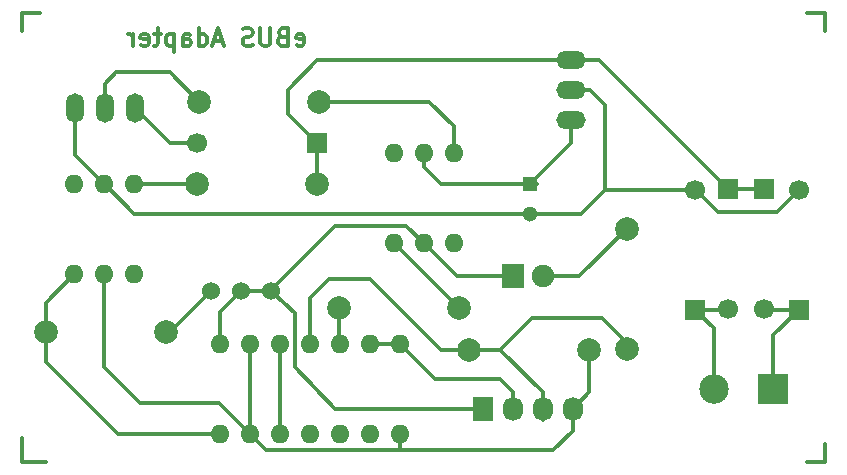
<source format=gbr>
G04 #@! TF.FileFunction,Copper,L2,Bot,Signal*
%FSLAX46Y46*%
G04 Gerber Fmt 4.6, Leading zero omitted, Abs format (unit mm)*
G04 Created by KiCad (PCBNEW 4.0.2-stable) date Friday, 30 September 2016 22:37:06*
%MOMM*%
G01*
G04 APERTURE LIST*
%ADD10C,0.100000*%
%ADD11C,0.300000*%
%ADD12R,1.300000X1.300000*%
%ADD13C,1.300000*%
%ADD14C,1.699260*%
%ADD15R,1.699260X1.699260*%
%ADD16C,1.998980*%
%ADD17C,1.524000*%
%ADD18O,1.600000X1.600000*%
%ADD19R,1.727200X2.032000*%
%ADD20O,1.727200X2.032000*%
%ADD21O,1.501140X2.499360*%
%ADD22R,2.500000X2.500000*%
%ADD23C,2.500000*%
%ADD24O,2.499360X1.501140*%
%ADD25R,1.900000X2.000000*%
%ADD26C,1.900000*%
G04 APERTURE END LIST*
D10*
D11*
X35250000Y-14707143D02*
X35392857Y-14778571D01*
X35678571Y-14778571D01*
X35821428Y-14707143D01*
X35892857Y-14564286D01*
X35892857Y-13992857D01*
X35821428Y-13850000D01*
X35678571Y-13778571D01*
X35392857Y-13778571D01*
X35250000Y-13850000D01*
X35178571Y-13992857D01*
X35178571Y-14135714D01*
X35892857Y-14278571D01*
X34035714Y-13992857D02*
X33821428Y-14064286D01*
X33750000Y-14135714D01*
X33678571Y-14278571D01*
X33678571Y-14492857D01*
X33750000Y-14635714D01*
X33821428Y-14707143D01*
X33964286Y-14778571D01*
X34535714Y-14778571D01*
X34535714Y-13278571D01*
X34035714Y-13278571D01*
X33892857Y-13350000D01*
X33821428Y-13421429D01*
X33750000Y-13564286D01*
X33750000Y-13707143D01*
X33821428Y-13850000D01*
X33892857Y-13921429D01*
X34035714Y-13992857D01*
X34535714Y-13992857D01*
X33035714Y-13278571D02*
X33035714Y-14492857D01*
X32964286Y-14635714D01*
X32892857Y-14707143D01*
X32750000Y-14778571D01*
X32464286Y-14778571D01*
X32321428Y-14707143D01*
X32250000Y-14635714D01*
X32178571Y-14492857D01*
X32178571Y-13278571D01*
X31535714Y-14707143D02*
X31321428Y-14778571D01*
X30964285Y-14778571D01*
X30821428Y-14707143D01*
X30749999Y-14635714D01*
X30678571Y-14492857D01*
X30678571Y-14350000D01*
X30749999Y-14207143D01*
X30821428Y-14135714D01*
X30964285Y-14064286D01*
X31249999Y-13992857D01*
X31392857Y-13921429D01*
X31464285Y-13850000D01*
X31535714Y-13707143D01*
X31535714Y-13564286D01*
X31464285Y-13421429D01*
X31392857Y-13350000D01*
X31249999Y-13278571D01*
X30892857Y-13278571D01*
X30678571Y-13350000D01*
X28964286Y-14350000D02*
X28250000Y-14350000D01*
X29107143Y-14778571D02*
X28607143Y-13278571D01*
X28107143Y-14778571D01*
X26964286Y-14778571D02*
X26964286Y-13278571D01*
X26964286Y-14707143D02*
X27107143Y-14778571D01*
X27392857Y-14778571D01*
X27535715Y-14707143D01*
X27607143Y-14635714D01*
X27678572Y-14492857D01*
X27678572Y-14064286D01*
X27607143Y-13921429D01*
X27535715Y-13850000D01*
X27392857Y-13778571D01*
X27107143Y-13778571D01*
X26964286Y-13850000D01*
X25607143Y-14778571D02*
X25607143Y-13992857D01*
X25678572Y-13850000D01*
X25821429Y-13778571D01*
X26107143Y-13778571D01*
X26250000Y-13850000D01*
X25607143Y-14707143D02*
X25750000Y-14778571D01*
X26107143Y-14778571D01*
X26250000Y-14707143D01*
X26321429Y-14564286D01*
X26321429Y-14421429D01*
X26250000Y-14278571D01*
X26107143Y-14207143D01*
X25750000Y-14207143D01*
X25607143Y-14135714D01*
X24892857Y-13778571D02*
X24892857Y-15278571D01*
X24892857Y-13850000D02*
X24750000Y-13778571D01*
X24464286Y-13778571D01*
X24321429Y-13850000D01*
X24250000Y-13921429D01*
X24178571Y-14064286D01*
X24178571Y-14492857D01*
X24250000Y-14635714D01*
X24321429Y-14707143D01*
X24464286Y-14778571D01*
X24750000Y-14778571D01*
X24892857Y-14707143D01*
X23750000Y-13778571D02*
X23178571Y-13778571D01*
X23535714Y-13278571D02*
X23535714Y-14564286D01*
X23464286Y-14707143D01*
X23321428Y-14778571D01*
X23178571Y-14778571D01*
X22107143Y-14707143D02*
X22250000Y-14778571D01*
X22535714Y-14778571D01*
X22678571Y-14707143D01*
X22750000Y-14564286D01*
X22750000Y-13992857D01*
X22678571Y-13850000D01*
X22535714Y-13778571D01*
X22250000Y-13778571D01*
X22107143Y-13850000D01*
X22035714Y-13992857D01*
X22035714Y-14135714D01*
X22750000Y-14278571D01*
X21392857Y-14778571D02*
X21392857Y-13778571D01*
X21392857Y-14064286D02*
X21321429Y-13921429D01*
X21250000Y-13850000D01*
X21107143Y-13778571D01*
X20964286Y-13778571D01*
D12*
X55000000Y-26500000D03*
D13*
X55000000Y-29000000D03*
D14*
X68997460Y-26939480D03*
D15*
X68997460Y-37099480D03*
D14*
X77797460Y-26939480D03*
D15*
X77797460Y-37099480D03*
D14*
X74802540Y-37060520D03*
D15*
X74802540Y-26900520D03*
D14*
X71802540Y-37060520D03*
D15*
X71802540Y-26900520D03*
D14*
X26839480Y-23002540D03*
D15*
X36999480Y-23002540D03*
D16*
X60000000Y-40500000D03*
X49840000Y-40500000D03*
X49000000Y-37000000D03*
X38840000Y-37000000D03*
X14000000Y-39000000D03*
X24160000Y-39000000D03*
X27000000Y-19500000D03*
X37160000Y-19500000D03*
X37000000Y-26500000D03*
X26840000Y-26500000D03*
D17*
X30540000Y-35500000D03*
X33080000Y-35500000D03*
X28000000Y-35500000D03*
D18*
X44000000Y-40000000D03*
X41460000Y-40000000D03*
X38920000Y-40000000D03*
X36380000Y-40000000D03*
X33840000Y-40000000D03*
X31300000Y-40000000D03*
X28760000Y-40000000D03*
X28760000Y-47620000D03*
X31300000Y-47620000D03*
X33840000Y-47620000D03*
X36380000Y-47620000D03*
X38920000Y-47620000D03*
X41460000Y-47620000D03*
X44000000Y-47620000D03*
X43500000Y-31500000D03*
X46040000Y-31500000D03*
X48580000Y-31500000D03*
X48580000Y-23880000D03*
X46040000Y-23880000D03*
X43500000Y-23880000D03*
X21500000Y-26500000D03*
X18960000Y-26500000D03*
X16420000Y-26500000D03*
X16420000Y-34120000D03*
X18960000Y-34120000D03*
X21500000Y-34120000D03*
D19*
X51000000Y-45500000D03*
D20*
X53540000Y-45500000D03*
X56080000Y-45500000D03*
X58620000Y-45500000D03*
D21*
X19000000Y-20000000D03*
X16460000Y-20000000D03*
X21540000Y-20000000D03*
D22*
X75600000Y-43800000D03*
D23*
X70600000Y-43800000D03*
D24*
X58500000Y-18500000D03*
X58500000Y-15960000D03*
X58500000Y-21040000D03*
D25*
X53600000Y-34300000D03*
D26*
X56140000Y-34300000D03*
D16*
X63200000Y-40400000D03*
X63200000Y-30240000D03*
D11*
X12000000Y-48000000D02*
X12000000Y-50000000D01*
X12000000Y-50000000D02*
X14000000Y-50000000D01*
X78500000Y-50000000D02*
X80000000Y-50000000D01*
X80000000Y-50000000D02*
X80000000Y-48500000D01*
X78500000Y-12000000D02*
X80000000Y-12000000D01*
X80000000Y-12000000D02*
X80000000Y-13500000D01*
X12000000Y-13500000D02*
X12000000Y-12000000D01*
X12000000Y-12000000D02*
X13500000Y-12000000D01*
X58500000Y-21040000D02*
X58500000Y-23000000D01*
X58500000Y-23000000D02*
X55000000Y-26500000D01*
X46040000Y-23880000D02*
X46040000Y-25040000D01*
X47500000Y-26500000D02*
X55580000Y-26500000D01*
X46040000Y-25040000D02*
X47500000Y-26500000D01*
X58500000Y-18500000D02*
X60100000Y-18500000D01*
X61360520Y-19760520D02*
X61360520Y-26939480D01*
X60100000Y-18500000D02*
X61360520Y-19760520D01*
X68997460Y-26939480D02*
X69039480Y-26939480D01*
X69039480Y-26939480D02*
X70900000Y-28800000D01*
X75936940Y-28800000D02*
X77797460Y-26939480D01*
X70900000Y-28800000D02*
X75936940Y-28800000D01*
X55000000Y-29000000D02*
X59300000Y-29000000D01*
X61360520Y-26939480D02*
X68997460Y-26939480D01*
X59300000Y-29000000D02*
X61360520Y-26939480D01*
X57000000Y-29000000D02*
X55000000Y-29000000D01*
X18960000Y-26500000D02*
X19000000Y-26500000D01*
X19000000Y-26500000D02*
X21500000Y-29000000D01*
X21500000Y-29000000D02*
X55000000Y-29000000D01*
X16460000Y-20000000D02*
X16460000Y-24000000D01*
X16460000Y-24000000D02*
X18960000Y-26500000D01*
X70600000Y-43800000D02*
X70600000Y-38702020D01*
X70600000Y-38702020D02*
X68997460Y-37099480D01*
X68997460Y-37099480D02*
X71763580Y-37099480D01*
X71763580Y-37099480D02*
X71802540Y-37060520D01*
X71336420Y-36860520D02*
X71397460Y-36799480D01*
X75600000Y-43800000D02*
X75600000Y-39296940D01*
X75600000Y-39296940D02*
X77797460Y-37099480D01*
X77797460Y-37099480D02*
X74841500Y-37099480D01*
X74841500Y-37099480D02*
X74802540Y-37060520D01*
X26839480Y-23002540D02*
X24542540Y-23002540D01*
X24542540Y-23002540D02*
X21540000Y-20000000D01*
X19000000Y-20000000D02*
X19000000Y-18000000D01*
X24500000Y-17000000D02*
X27000000Y-19500000D01*
X20000000Y-17000000D02*
X24500000Y-17000000D01*
X19000000Y-18000000D02*
X20000000Y-17000000D01*
X31300000Y-47620000D02*
X31300000Y-40000000D01*
X44000000Y-47620000D02*
X44000000Y-49000000D01*
X58620000Y-45500000D02*
X58620000Y-47380000D01*
X32680000Y-49000000D02*
X31300000Y-47620000D01*
X57000000Y-49000000D02*
X44000000Y-49000000D01*
X44000000Y-49000000D02*
X32680000Y-49000000D01*
X58620000Y-47380000D02*
X57000000Y-49000000D01*
X18960000Y-34120000D02*
X18960000Y-41960000D01*
X18960000Y-41960000D02*
X22000000Y-45000000D01*
X22000000Y-45000000D02*
X28680000Y-45000000D01*
X28680000Y-45000000D02*
X31300000Y-47620000D01*
X58620000Y-45500000D02*
X58500000Y-45500000D01*
X60000000Y-40500000D02*
X60000000Y-44120000D01*
X60000000Y-44120000D02*
X58620000Y-45500000D01*
X63200000Y-40400000D02*
X63200000Y-39900000D01*
X63200000Y-39900000D02*
X61100000Y-37800000D01*
X61100000Y-37800000D02*
X55200000Y-37800000D01*
X55200000Y-37800000D02*
X52500000Y-40500000D01*
X36380000Y-40000000D02*
X36380000Y-36120000D01*
X47500000Y-40500000D02*
X49840000Y-40500000D01*
X41500000Y-34500000D02*
X47500000Y-40500000D01*
X38000000Y-34500000D02*
X41500000Y-34500000D01*
X36380000Y-36120000D02*
X38000000Y-34500000D01*
X56080000Y-45500000D02*
X56080000Y-44080000D01*
X52500000Y-40500000D02*
X49840000Y-40500000D01*
X56080000Y-44080000D02*
X52500000Y-40500000D01*
X56080000Y-45500000D02*
X56080000Y-46420000D01*
X49000000Y-37000000D02*
X43500000Y-31500000D01*
X38840000Y-37000000D02*
X38840000Y-39920000D01*
X38840000Y-39920000D02*
X38920000Y-40000000D01*
X14000000Y-39000000D02*
X14000000Y-36540000D01*
X14000000Y-36540000D02*
X16420000Y-34120000D01*
X28760000Y-47620000D02*
X20120000Y-47620000D01*
X14000000Y-41500000D02*
X14000000Y-39000000D01*
X20120000Y-47620000D02*
X14000000Y-41500000D01*
X24160000Y-39000000D02*
X24500000Y-39000000D01*
X24500000Y-39000000D02*
X28000000Y-35500000D01*
X37160000Y-19500000D02*
X46500000Y-19500000D01*
X48580000Y-21580000D02*
X48580000Y-23880000D01*
X46500000Y-19500000D02*
X48580000Y-21580000D01*
X21500000Y-26500000D02*
X26840000Y-26500000D01*
X53600000Y-34300000D02*
X48840000Y-34300000D01*
X48840000Y-34300000D02*
X46040000Y-31500000D01*
X51000000Y-45500000D02*
X38500000Y-45500000D01*
X35160000Y-37420000D02*
X33080000Y-35500000D01*
X35160000Y-42000000D02*
X35160000Y-37420000D01*
X38500000Y-45500000D02*
X35160000Y-42000000D01*
X33080000Y-35500000D02*
X33000000Y-35500000D01*
X44540000Y-30000000D02*
X46040000Y-31500000D01*
X38500000Y-30000000D02*
X44540000Y-30000000D01*
X33000000Y-35500000D02*
X38500000Y-30000000D01*
X33080000Y-35500000D02*
X30540000Y-35500000D01*
X28760000Y-37280000D02*
X30540000Y-35500000D01*
X28760000Y-40000000D02*
X28760000Y-37280000D01*
X41460000Y-40000000D02*
X44000000Y-40000000D01*
X44000000Y-40000000D02*
X47000000Y-43000000D01*
X47000000Y-43000000D02*
X52500000Y-43000000D01*
X52500000Y-43000000D02*
X53540000Y-44040000D01*
X53540000Y-44040000D02*
X53540000Y-45500000D01*
X33840000Y-47620000D02*
X33840000Y-40000000D01*
X74802540Y-26900520D02*
X71802540Y-26900520D01*
X71802540Y-26900520D02*
X60862020Y-15960000D01*
X60862020Y-15960000D02*
X58500000Y-15960000D01*
X58500000Y-15960000D02*
X58460000Y-16000000D01*
X58460000Y-16000000D02*
X37000000Y-16000000D01*
X34500000Y-20503060D02*
X34500000Y-18500000D01*
X34500000Y-18500000D02*
X37000000Y-16000000D01*
X37000000Y-23003060D02*
X34500000Y-20503060D01*
X37000000Y-26500000D02*
X37000000Y-23003060D01*
X56140000Y-34300000D02*
X59140000Y-34300000D01*
X59140000Y-34300000D02*
X63200000Y-30240000D01*
M02*

</source>
